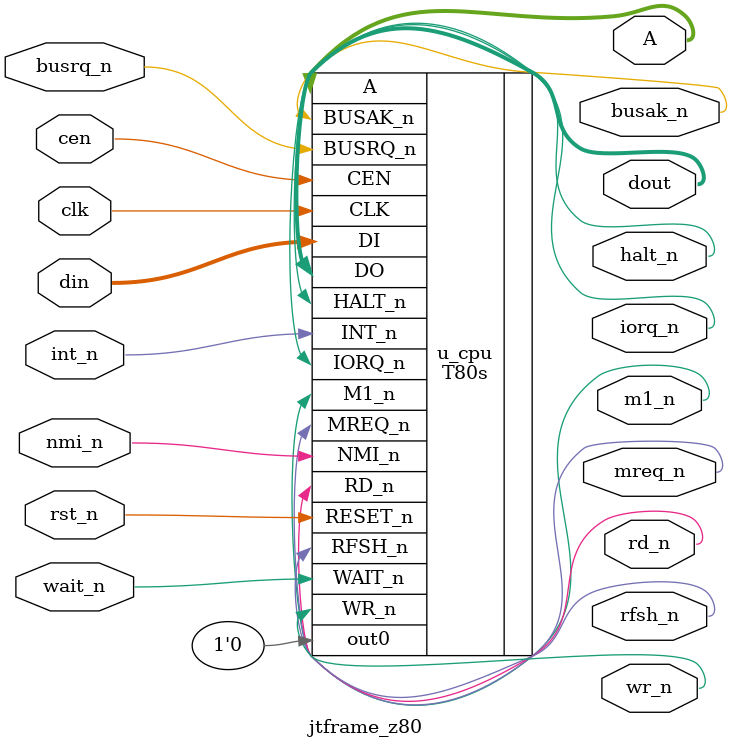
<source format=v>

/*  This file is part of JTFRAME.
      JTFRAME program is free software: you can redistribute it and/or modify
      it under the terms of the GNU General Public License as published by
      the Free Software Foundation, either version 3 of the License, or
      (at your option) any later version.

      JTFRAME program is distributed in the hope that it will be useful,
      but WITHOUT ANY WARRANTY; without even the implied warranty of
      MERCHANTABILITY or FITNESS FOR A PARTICULAR PURPOSE.  See the
      GNU General Public License for more details.

      You should have received a copy of the GNU General Public License
      along with JTFRAME.  If not, see <http://www.gnu.org/licenses/>.

      Author: Jose Tejada Gomez. Twitter: @topapate
      Version: 1.0
      Date: 24-4-2019

      Originally based on a file from:
          Milkymist VJ SoC, Sebastien Bourdeauducq and Das Labor
*/

// This is a wrapper to select the right Z80
// depending on whether we are running simulations
// or synthesis

// By default use tv80s for simulation only.
// This can be overridden by defining VHDLZ80 or TV80S explicitly
`ifndef VHDLZ80
`ifndef TV80S

`ifdef SIMULATION
      `define TV80S
`else
      `define VHDLZ80
`endif

`endif
`endif

/* verilator tracing_off */

// This is a wrapper for jtframe_sysz80_nvram, for volatile RAM
module jtframe_sysz80(
    input         rst_n,
    input         clk,
    input         cen,
    output        cpu_cen,
    input         int_n, // see CLR_INT parameter below
    input         nmi_n,
    input         busrq_n,
    output        m1_n,
    output        mreq_n,
    output        iorq_n,
    output        rd_n,
    output        wr_n,
    output        rfsh_n,
    output        halt_n,
    output        busak_n,
    output [15:0] A,
    input  [7:0]  cpu_din,
    output [7:0]  cpu_dout,
    output [7:0]  ram_dout,
    // ROM access
    input         ram_cs,
    input         rom_cs,
    input         rom_ok
);
    parameter
        RAM_AW  = 12,
        CLR_INT = 0,   // if 0, int_n is the Z80 port, if 1, int_n is latched and cleared with m1 and iorq signals
        M1_WAIT = 0;

    jtframe_sysz80_nvram#(
        .RAM_AW  ( RAM_AW   ),
        .CLR_INT ( CLR_INT  ),
        .M1_WAIT ( M1_WAIT  )
    ) u_cpu(
        .rst_n      ( rst_n     ),
        .clk        ( clk       ),
        .cen        ( cen       ),
        .cpu_cen    ( cpu_cen   ),
        .int_n      ( int_n     ), // see CLR_INT parameter below
        .nmi_n      ( nmi_n     ),
        .busrq_n    ( busrq_n   ),
        .m1_n       ( m1_n      ),
        .mreq_n     ( mreq_n    ),
        .iorq_n     ( iorq_n    ),
        .rd_n       ( rd_n      ),
        .wr_n       ( wr_n      ),
        .rfsh_n     ( rfsh_n    ),
        .halt_n     ( halt_n    ),
        .busak_n    ( busak_n   ),
        .A          ( A         ),
        .cpu_din    ( cpu_din   ),
        .cpu_dout   ( cpu_dout  ),
        .ram_dout   ( ram_dout  ),
        // NVRAM dump/restoration
        .prog_addr  (           ),
        .prog_data  ( 8'd0      ),
        .prog_din   (           ),
        .prog_we    ( 1'b0      ),
        // ROM access
        .ram_cs     ( ram_cs    ),
        .rom_cs     ( rom_cs    ),
        .rom_ok     ( rom_ok    )
    );
endmodule

///////////////////////////////////////////////////////////////

module jtframe_sysz80_nvram#( parameter
    RAM_AW  = 12,
    CLR_INT = 0,  // if 0, int_n is the Z80 port, if 1, int_n is latched and cleared with m1 and iorq signals
    M1_WAIT = 0
)(
    input         rst_n,
    input         clk,
    input         cen,
    output        cpu_cen,
    input         int_n, // see CLR_INT parameter below
    input         nmi_n,
    input         busrq_n,
    output        m1_n,
    output        mreq_n,
    output        iorq_n,
    output        rd_n,
    output        wr_n,
    output        rfsh_n,
    output        halt_n,
    output        busak_n,
    output [15:0] A,
    input  [7:0]  cpu_din,
    output [7:0]  cpu_dout,
    output [7:0]  ram_dout,
    // NVRAM dump/restoration
    input  [RAM_AW-1:0] prog_addr,
    input  [7:0]        prog_data,
    output [7:0]        prog_din,
    input               prog_we,
    // ROM access
    input         ram_cs,
    input         rom_cs,
    input         rom_ok
);

`ifdef SIMULATION
`ifndef VERILATOR
always @(negedge rst_n ) begin
    if( busrq_n === 1'bz ) begin
        $display("ERROR: assertion failed at %m.\n\tBus request signal is floating");
        $finish;
    end
end
`endif
`endif

    wire ram_we = ram_cs & ~wr_n;
    wire int_n_pin;

    generate
        if( CLR_INT==1 ) begin
            // This is the most common logic used to handle interrupts
            reg int_ff, intn_l;
            always @(posedge clk, negedge rst_n) begin
                if( !rst_n ) begin
                    int_ff <= 0;
                    intn_l <= 0;
                end else begin
                    intn_l <= int_n;
                    if( !m1_n && !iorq_n )
                        int_ff <= 0;
                    else if( !int_n && intn_l ) int_ff <= 1;
                end
            end
            assign int_n_pin = ~int_ff;
        end else begin
            assign int_n_pin = int_n;
        end
    endgenerate

    //wire clk_ram = clk & cpu_cen;

    jtframe_dual_nvram #(.aw(RAM_AW)) u_ram(
        // regular access
        .clk0   ( clk         ), // clk_ram may be needed (?)
        .data0  ( cpu_dout    ),
        .addr0  ( A[RAM_AW-1:0]),
        .we0    ( ram_we      ),
        .q0     ( ram_dout    ),
        // NVRAM interface
        .clk1   ( clk         ), // should really use clk_rom
        .addr1a (             ),
        .addr1b ( prog_addr   ),
        .sel_b  ( 1'b1        ),
        .we_b   ( prog_we     ),
        .data1  ( prog_data   ),
        .q1     ( prog_din    )
    );

    jtframe_z80_romwait #(.M1_WAIT(M1_WAIT)) u_z80wait(
        .rst_n      ( rst_n     ),
        .clk        ( clk       ),
        .cen        ( cen       ),
        .cpu_cen    ( cpu_cen   ),
        .int_n      ( int_n_pin ),
        .nmi_n      ( nmi_n     ),
        .busrq_n    ( busrq_n   ),
        .m1_n       ( m1_n      ),
        .mreq_n     ( mreq_n    ),
        .iorq_n     ( iorq_n    ),
        .rd_n       ( rd_n      ),
        .wr_n       ( wr_n      ),
        .rfsh_n     ( rfsh_n    ),
        .halt_n     ( halt_n    ),
        .busak_n    ( busak_n   ),
        .A          ( A         ),
        .din        ( cpu_din   ),
        .dout       ( cpu_dout  ),
        .rom_cs     ( rom_cs    ),
        .rom_ok     ( rom_ok    )
    );

endmodule

// Note that this Z80 operates one clock cycle behind cpu_cen
// Because of the internal gating done to it
module jtframe_z80_romwait (
    input         rst_n,
    input         clk,
    input         cen,
    output        cpu_cen,
    input         int_n,
    input         nmi_n,
    input         busrq_n,
    output        m1_n,
    output        mreq_n,
    output        iorq_n,
    output        rd_n,
    output        wr_n,
    output        rfsh_n,
    output        halt_n,
    output        busak_n,
    output [15:0] A,
    input  [7:0]  din,
    output [7:0]  dout,
    // ROM access
    input         rom_cs,
    input         rom_ok
);

parameter M1_WAIT=0; // wait states after M1 goes down
wire wait_n;

`ifdef SIMULATION
integer rstd=0;

// It waits for a second reset signal, so
// the download is over
always @(negedge rst_n) rstd <= rstd + 1;

always @(posedge clk) begin
    if( A === 16'hXXXX && rst_n && rstd>1 ) begin
        $display("\nError: Z80 address bus is XXXX (%m)\n");
        $finish;
    end
end
`endif

generate
    if( M1_WAIT>0 ) begin
        reg [M1_WAIT-1:0] wsh;
        reg m1n_l;
        always @(posedge clk, negedge rst_n ) begin
            if( !rst_n ) begin
                wsh <= 0;
            end else if(cen) begin
                m1n_l <= m1_n;
                if( !m1_n && m1n_l ) wsh <= {M1_WAIT{1'b1}};
                else wsh <= wsh>>1;
            end
        end
        assign wait_n = ~wsh[0];
    end else begin
        assign wait_n = 1;
    end
endgenerate

jtframe_z80wait #(1) u_wait(
    .rst_n      ( rst_n     ),
    .clk        ( clk       ),
    .cen_in     ( cen       ),
    .cen_out    ( cpu_cen   ),
    .gate       (           ),
    .iorq_n     ( iorq_n    ),
    .mreq_n     ( mreq_n    ),
    .busak_n    ( busak_n   ),
    // manage access to shared memory
    .dev_busy   ( 1'b0      ),
    // manage access to ROM data from SDRAM
    .rom_cs     ( rom_cs    ),
    .rom_ok     ( rom_ok    )
);

jtframe_z80 u_cpu(
    .rst_n    ( rst_n     ),
    .clk      ( clk       ),
    .cen      ( cpu_cen   ),
    .wait_n   ( wait_n    ),
    .int_n    ( int_n     ),
    .nmi_n    ( nmi_n     ),
    .busrq_n  ( busrq_n   ),
    .m1_n     ( m1_n      ),
    .mreq_n   ( mreq_n    ),
    .iorq_n   ( iorq_n    ),
    .rd_n     ( rd_n      ),
    .wr_n     ( wr_n      ),
    .rfsh_n   ( rfsh_n    ),
    .halt_n   ( halt_n    ),
    .busak_n  ( busak_n   ),
    .A        ( A         ),
    .din      ( din       ),
    .dout     ( dout      )
);

endmodule

/////////////////////////////////////////////////////////////////////

module jtframe_z80 (
    input         rst_n,
    input         clk,
    input         cen,
    input         wait_n,
    input         int_n,
    input         nmi_n,
    input         busrq_n,
    output        m1_n,
    output        mreq_n,
    output        iorq_n,
    output        rd_n,
    output        wr_n,
    output        rfsh_n,
    output        halt_n,
    output        busak_n,
    output [15:0] A,
    input  [7:0]  din,
    output [7:0]  dout
);

`ifdef VHDLZ80
T80s u_cpu(
    .RESET_n    ( rst_n       ),
    .CLK        ( clk         ),
    .CEN        ( cen         ),
    .WAIT_n     ( wait_n      ),
    .INT_n      ( int_n       ),
    .NMI_n      ( nmi_n       ),
    .RD_n       ( rd_n        ),
    .WR_n       ( wr_n        ),
    .A          ( A           ),
    .DI         ( din         ),
    .DO         ( dout        ),
    .IORQ_n     ( iorq_n      ),
    .M1_n       ( m1_n        ),
    .MREQ_n     ( mreq_n      ),
    .BUSRQ_n    ( busrq_n     ),
    .BUSAK_n    ( busak_n     ),
    .RFSH_n     ( rfsh_n      ),
    .out0       ( 1'b0        ),
    .HALT_n     ( halt_n      )
);
`endif

`ifdef TV80S
// This CPU is used for simulation
tv80s #(.Mode(0)) u_cpu (
    .reset_n( rst_n      ),
    .clk    ( clk        ),
    .cen    ( cen        ),
    .wait_n ( wait_n     ),
    .int_n  ( int_n      ),
    .nmi_n  ( nmi_n      ),
    .rd_n   ( rd_n       ),
    .wr_n   ( wr_n       ),
    .A      ( A          ),
    .di     ( din        ),
    .dout   ( dout       ),
    .iorq_n ( iorq_n     ),
    .m1_n   ( m1_n       ),
    .mreq_n ( mreq_n     ),
    .busrq_n( busrq_n    ),
    .busak_n( busak_n    ),
    .rfsh_n ( rfsh_n     ),
    .halt_n ( halt_n     )
);
`endif
/* verilator tracing_on */

endmodule // jtframe_z80
</source>
